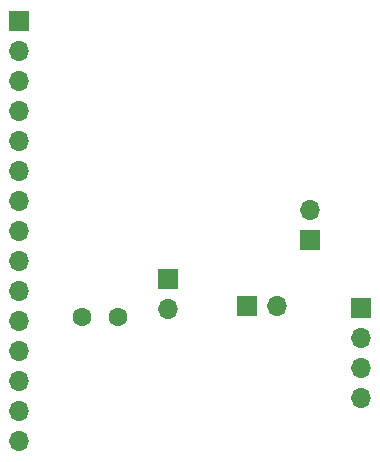
<source format=gbr>
%TF.GenerationSoftware,KiCad,Pcbnew,8.0.6*%
%TF.CreationDate,2024-10-18T13:19:48-03:00*%
%TF.ProjectId,ESP32C6-dev-board,45535033-3243-4362-9d64-65762d626f61,rev?*%
%TF.SameCoordinates,Original*%
%TF.FileFunction,Soldermask,Bot*%
%TF.FilePolarity,Negative*%
%FSLAX46Y46*%
G04 Gerber Fmt 4.6, Leading zero omitted, Abs format (unit mm)*
G04 Created by KiCad (PCBNEW 8.0.6) date 2024-10-18 13:19:48*
%MOMM*%
%LPD*%
G01*
G04 APERTURE LIST*
%ADD10R,1.700000X1.700000*%
%ADD11O,1.700000X1.700000*%
%ADD12C,1.600000*%
G04 APERTURE END LIST*
D10*
%TO.C,J2*%
X136600000Y-102725000D03*
D11*
X136600000Y-105265000D03*
%TD*%
D10*
%TO.C,J3*%
X152900000Y-105120000D03*
D11*
X152900000Y-107660000D03*
X152900000Y-110200000D03*
X152900000Y-112740000D03*
%TD*%
D12*
%TO.C,R2*%
X129300000Y-105900000D03*
X132300000Y-105900000D03*
%TD*%
D10*
%TO.C,J5*%
X143225000Y-105000000D03*
D11*
X145765000Y-105000000D03*
%TD*%
D10*
%TO.C,J4*%
X148600000Y-99375000D03*
D11*
X148600000Y-96835000D03*
%TD*%
D10*
%TO.C,J1*%
X123952000Y-80840000D03*
D11*
X123952000Y-83380000D03*
X123952000Y-85920000D03*
X123952000Y-88460000D03*
X123952000Y-91000000D03*
X123952000Y-93540000D03*
X123952000Y-96080000D03*
X123952000Y-98620000D03*
X123952000Y-101160000D03*
X123952000Y-103700000D03*
X123952000Y-106240000D03*
X123952000Y-108780000D03*
X123952000Y-111320000D03*
X123952000Y-113860000D03*
X123952000Y-116400000D03*
%TD*%
M02*

</source>
